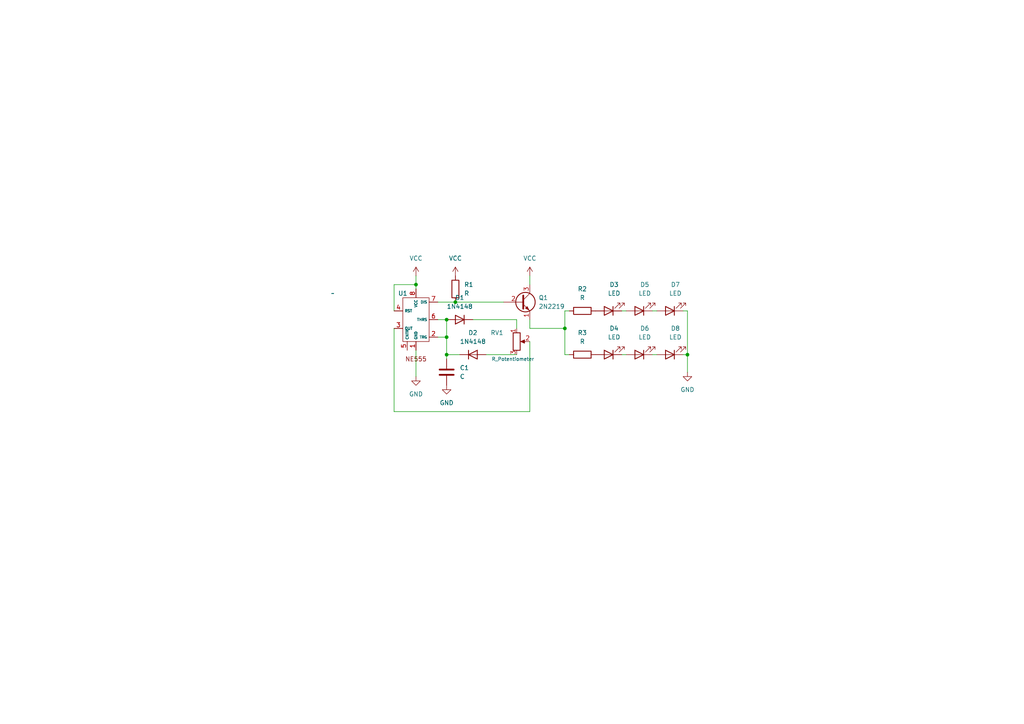
<source format=kicad_sch>
(kicad_sch (version 20230121) (generator eeschema)
  (paper "A4")
  (lib_symbols
    (symbol "Device:C" (pin_numbers hide) (pin_names (offset 0.254))
      (property "Reference" "C" (at 0.635 2.54 0))
      (property "Value" "C" (at 0.635 -2.54 0))
      (symbol "C_0_1"
        (polyline (pts (xy -2.032 -0.762) (xy 2.032 -0.762)) (stroke (width 0.508)))
        (polyline (pts (xy -2.032 0.762) (xy 2.032 0.762)) (stroke (width 0.508)))
      )
      (symbol "C_1_1"
        (pin passive line (at 0 3.81 270) (length 2.794) (name "~") (number "1"))
        (pin passive line (at 0 -3.81 90) (length 2.794) (name "~") (number "2"))
      )
    )
    (symbol "Device:LED" (pin_numbers hide) (pin_names (offset 1.016) hide)
      (property "Reference" "D" (at 0 2.54 0))
      (property "Value" "LED" (at 0 -2.54 0))
      (symbol "LED_0_1"
        (polyline (pts (xy -1.27 -1.27) (xy -1.27 1.27)) (stroke (width 0.254)))
        (polyline (pts (xy -1.27 0) (xy 1.27 0)))
        (polyline (pts (xy 1.27 -1.27) (xy 1.27 1.27) (xy -1.27 0) (xy 1.27 -1.27)) (stroke (width 0.254)))
        (polyline (pts (xy -3.048 -0.762) (xy -4.572 -2.286) (xy -3.81 -2.286) (xy -4.572 -2.286) (xy -4.572 -1.524)))
        (polyline (pts (xy -1.778 -0.762) (xy -3.302 -2.286) (xy -2.54 -2.286) (xy -3.302 -2.286) (xy -3.302 -1.524)))
      )
      (symbol "LED_1_1"
        (pin passive line (at -3.81 0 0) (length 2.54) (name "K") (number "1"))
        (pin passive line (at 3.81 0 180) (length 2.54) (name "A") (number "2"))
      )
    )
    (symbol "Device:R" (pin_numbers hide) (pin_names (offset 0))
      (property "Reference" "R" (at 2.032 0 90))
      (property "Value" "R" (at 0 0 90))
      (symbol "R_0_1"
        (rectangle (start -1.016 -2.54) (end 1.016 2.54) (stroke (width 0.254)))
      )
      (symbol "R_1_1"
        (pin passive line (at 0 3.81 270) (length 1.27) (name "~") (number "1"))
        (pin passive line (at 0 -3.81 90) (length 1.27) (name "~") (number "2"))
      )
    )
    (symbol "Device:R_Potentiometer" (pin_names (offset 1.016) hide)
      (property "Reference" "RV" (at -4.445 0 90))
      (property "Value" "R_Potentiometer" (at -2.54 0 90))
      (symbol "R_Potentiometer_0_1"
        (polyline (pts (xy 2.54 0) (xy 1.524 0)))
        (polyline (pts (xy 1.143 0) (xy 2.286 0.508) (xy 2.286 -0.508) (xy 1.143 0)) (fill (type outline)))
        (rectangle (start 1.016 2.54) (end -1.016 -2.54) (stroke (width 0.254)))
      )
      (symbol "R_Potentiometer_1_1"
        (pin passive line (at 0 3.81 270) (length 1.27) (name "1") (number "1"))
        (pin passive line (at 3.81 0 180) (length 1.27) (name "2") (number "2"))
        (pin passive line (at 0 -3.81 90) (length 1.27) (name "3") (number "3"))
      )
    )
    (symbol "Diode:1N4148" (pin_numbers hide) (pin_names hide)
      (property "Reference" "D" (at 0 2.54 0))
      (property "Value" "1N4148" (at 0 -2.54 0))
      (symbol "1N4148_0_1"
        (polyline (pts (xy -1.27 1.27) (xy -1.27 -1.27)) (stroke (width 0.254)))
        (polyline (pts (xy 1.27 0) (xy -1.27 0)))
        (polyline (pts (xy 1.27 1.27) (xy 1.27 -1.27) (xy -1.27 0) (xy 1.27 1.27)) (stroke (width 0.254)))
      )
      (symbol "1N4148_1_1"
        (pin passive line (at -3.81 0 0) (length 2.54) (name "K") (number "1"))
        (pin passive line (at 3.81 0 180) (length 2.54) (name "A") (number "2"))
      )
    )
    (symbol "Transistor_BJT:2N2219" (pin_names (offset 0) hide)
      (property "Reference" "Q" (at 5.08 1.905 0))
      (property "Value" "2N2219" (at 5.08 0 0))
      (symbol "2N2219_0_1"
        (polyline (pts (xy 0.635 0.635) (xy 2.54 2.54)))
        (polyline (pts (xy 0.635 -0.635) (xy 2.54 -2.54) (xy 2.54 -2.54)))
        (polyline (pts (xy 0.635 1.905) (xy 0.635 -1.905) (xy 0.635 -1.905)) (stroke (width 0.508)))
        (polyline (pts (xy 1.27 -1.778) (xy 1.778 -1.27) (xy 2.286 -2.286) (xy 1.27 -1.778) (xy 1.27 -1.778)) (fill (type outline)))
        (circle (center 1.27 0) (radius 2.8194) (stroke (width 0.254)))
      )
      (symbol "2N2219_1_1"
        (pin passive line (at 2.54 -5.08 90) (length 2.54) (name "E") (number "1"))
        (pin passive line (at -5.08 0 0) (length 5.715) (name "B") (number "2"))
        (pin passive line (at 2.54 5.08 270) (length 2.54) (name "C") (number "3"))
      )
    )
    (symbol "power:GND" (power) (pin_names (offset 0))
      (property "Value" "GND" (at 0 -3.81 0))
      (symbol "GND_0_1"
        (polyline (pts (xy 0 0) (xy 0 -1.27) (xy 1.27 -1.27) (xy 0 -2.54) (xy -1.27 -1.27) (xy 0 -1.27)))
      )
      (symbol "GND_1_1"
        (pin power_in line (at 0 0 270) (length 0) hide (name "GND") (number "1"))
      )
    )
    (symbol "power:VCC" (power) (pin_names (offset 0))
      (property "Value" "VCC" (at 0 3.81 0))
      (symbol "VCC_0_1"
        (polyline (pts (xy -0.762 1.27) (xy 0 2.54)))
        (polyline (pts (xy 0 0) (xy 0 2.54)))
        (polyline (pts (xy 0 2.54) (xy 0.762 1.27)))
      )
      (symbol "VCC_1_1"
        (pin power_in line (at 0 0 90) (length 0) hide (name "VCC") (number "1"))
      )
    )
    (symbol "tutorial:NE555"
      (property "Reference" "U?" (at -3.81 7.62 0))
      (property "Value" "~" (at -24.13 7.62 0))
      (symbol "NE555_0_1"
        (rectangle (start -3.81 6.35) (end 3.81 -6.35))
      )
      (symbol "NE555_1_1"
        (text "NE555" (at 0 -11.43 0) (effects (font (size 1.27 1.27))))
        (pin input line (at 0 -8.89 90) (length 2.54) (name "GND") (number "1"))
        (pin input line (at 6.35 -5.08 180) (length 2.54) (name "TRG") (number "2"))
        (pin output line (at -6.35 -2.54 0) (length 2.54) (name "OUT") (number "3"))
        (pin input line (at -6.35 2.54 0) (length 2.54) (name "RST") (number "4"))
        (pin input line (at -2.54 -8.89 90) (length 2.54) (name "CNTR") (number "5"))
        (pin input line (at 6.35 0 180) (length 2.54) (name "THRS") (number "6"))
        (pin input line (at 6.35 5.08 180) (length 2.54) (name "DIS") (number "7"))
        (pin input line (at 0 8.89 270) (length 2.54) (name "VCC") (number "8"))
      )
    )
  )
  (junction (at 132.08 87.63))
  (junction (at 129.54 102.87))
  (junction (at 129.54 97.79))
  (junction (at 163.83 95.25))
  (junction (at 120.65 82.55))
  (junction (at 129.54 92.71))
  (junction (at 199.39 102.87))
  (wire (pts (xy 140.97 102.87) (xy 149.86 102.87)))
  (wire (pts (xy 127 97.79) (xy 129.54 97.79)))
  (wire (pts (xy 120.65 80.01) (xy 120.65 82.55)))
  (wire (pts (xy 199.39 102.87) (xy 199.39 107.95)))
  (wire (pts (xy 153.67 95.25) (xy 163.83 95.25)))
  (wire (pts (xy 153.67 82.55) (xy 153.67 80.01)))
  (wire (pts (xy 163.83 90.17) (xy 165.1 90.17)))
  (wire (pts (xy 198.12 102.87) (xy 199.39 102.87)))
  (wire (pts (xy 133.35 102.87) (xy 129.54 102.87)))
  (wire (pts (xy 114.3 119.38) (xy 153.67 119.38)))
  (wire (pts (xy 114.3 90.17) (xy 114.3 82.55)))
  (wire (pts (xy 199.39 90.17) (xy 199.39 102.87)))
  (wire (pts (xy 146.05 87.63) (xy 132.08 87.63)))
  (wire (pts (xy 129.54 102.87) (xy 129.54 104.14)))
  (wire (pts (xy 132.08 87.63) (xy 127 87.63)))
  (wire (pts (xy 163.83 95.25) (xy 163.83 102.87)))
  (wire (pts (xy 114.3 95.25) (xy 114.3 119.38)))
  (wire (pts (xy 163.83 102.87) (xy 165.1 102.87)))
  (wire (pts (xy 180.34 102.87) (xy 181.61 102.87)))
  (wire (pts (xy 198.12 90.17) (xy 199.39 90.17)))
  (wire (pts (xy 189.23 102.87) (xy 190.5 102.87)))
  (wire (pts (xy 137.16 92.71) (xy 149.86 92.71)))
  (wire (pts (xy 129.54 92.71) (xy 129.54 97.79)))
  (wire (pts (xy 114.3 82.55) (xy 120.65 82.55)))
  (wire (pts (xy 180.34 90.17) (xy 181.61 90.17)))
  (wire (pts (xy 120.65 83.82) (xy 120.65 82.55)))
  (wire (pts (xy 189.23 90.17) (xy 190.5 90.17)))
  (wire (pts (xy 120.65 101.6) (xy 120.65 109.22)))
  (wire (pts (xy 127 92.71) (xy 129.54 92.71)))
  (wire (pts (xy 129.54 97.79) (xy 129.54 102.87)))
  (wire (pts (xy 163.83 95.25) (xy 163.83 90.17)))
  (wire (pts (xy 153.67 99.06) (xy 153.67 119.38)))
  (wire (pts (xy 153.67 95.25) (xy 153.67 92.71)))
  (wire (pts (xy 149.86 92.71) (xy 149.86 95.25)))
  (symbol (lib_id "power:VCC") (at 120.65 80.01 0) (unit 1)
    (property "Reference" "#PWR02" (effects hide))
    (property "Value" "VCC" (at 120.65 74.93 0))
  )
  (symbol (lib_id "power:VCC") (at 132.08 80.01 0) (unit 1)
    (property "Reference" "#PWR03" (effects hide))
    (property "Value" "VCC" (at 132.08 74.93 0))
  )
  (symbol (lib_id "power:VCC") (at 153.67 80.01 0) (unit 1)
    (property "Reference" "#PWR04" (effects hide))
    (property "Value" "VCC" (at 153.67 74.93 0))
  )
  (symbol (lib_id "Device:LED") (at 176.53 102.87 180) (unit 1)
    (property "Reference" "D4" (at 178.1175 95.25 0))
    (property "Value" "LED" (at 178.1175 97.79 0))
    (property "Footprint" "LED_THT:LED_D3.0mm" (effects hide))
  )
  (symbol (lib_id "Transistor_BJT:2N2219") (at 151.13 87.63 0) (unit 1)
    (property "Reference" "Q1" (at 156.21 86.36 0) (effects (justify left)))
    (property "Value" "2N2219" (at 156.21 88.9 0) (effects (justify left)))
    (property "Footprint" "Package_TO_SOT_THT:TO-39-3" (effects hide))
    (property "Datasheet" "http://www.onsemi.com/pub_link/Collateral/2N2219-D.PDF" (effects hide))
  )
  (symbol (lib_id "Diode:1N4148") (at 133.35 92.71 180) (unit 1)
    (property "Reference" "D1" (at 133.35 86.36 0))
    (property "Value" "1N4148" (at 133.35 88.9 0))
    (property "Footprint" "Diode_THT:D_DO-35_SOD27_P7.62mm_Horizontal" (effects hide))
    (property "Datasheet" "https://assets.nexperia.com/documents/data-sheet/1N4148_1N4448.pdf" (effects hide))
    (property "Sim.Device" "D" (effects hide))
    (property "Sim.Pins" "1=K 2=A" (effects hide))
  )
  (symbol (lib_id "Device:LED") (at 185.42 102.87 180) (unit 1)
    (property "Reference" "D6" (at 187.0075 95.25 0))
    (property "Value" "LED" (at 187.0075 97.79 0))
    (property "Footprint" "LED_THT:LED_D3.0mm" (effects hide))
  )
  (symbol (lib_id "Device:LED") (at 185.42 90.17 180) (unit 1)
    (property "Reference" "D5" (at 187.0075 82.55 0))
    (property "Value" "LED" (at 187.0075 85.09 0))
    (property "Footprint" "LED_THT:LED_D3.0mm" (effects hide))
  )
  (symbol (lib_id "Device:R_Potentiometer") (at 149.86 99.06 0) (unit 1)
    (property "Reference" "RV1" (at 146.05 96.52 0) (effects (justify right)))
    (property "Value" "R_Potentiometer" (at 154.94 104.14 0) (effects (font (size 1 1)) (justify right)))
    (property "Footprint" "Potentiometer_THT:Potentiometer_Alps_RK163_Single_Horizontal" (effects hide))
  )
  (symbol (lib_id "Device:C") (at 129.54 107.95 0) (unit 1)
    (property "Reference" "C1" (at 133.35 106.68 0) (effects (justify left)))
    (property "Value" "C" (at 133.35 109.22 0) (effects (justify left)))
    (property "Footprint" "Capacitor_THT:C_Radial_D6.3mm_H11.0mm_P2.50mm" (effects hide))
  )
  (symbol (lib_id "power:GND") (at 120.65 109.22 0) (unit 1)
    (property "Reference" "#PWR01" (effects hide))
    (property "Value" "GND" (at 120.65 114.3 0))
  )
  (symbol (lib_id "Device:R") (at 132.08 83.82 0) (unit 1)
    (property "Reference" "R1" (at 134.62 82.55 0) (effects (justify left)))
    (property "Value" "R" (at 134.62 85.09 0) (effects (justify left)))
    (property "Footprint" "Resistor_THT:R_Axial_DIN0207_L6.3mm_D2.5mm_P10.16mm_Horizontal" (effects hide))
  )
  (symbol (lib_id "Device:R") (at 168.91 90.17 90) (unit 1)
    (property "Reference" "R2" (at 168.91 83.82 90))
    (property "Value" "R" (at 168.91 86.36 90))
    (property "Footprint" "Resistor_THT:R_Axial_DIN0207_L6.3mm_D2.5mm_P10.16mm_Horizontal" (effects hide))
  )
  (symbol (lib_id "tutorial:NE555") (at 120.65 92.71 0) (unit 1)
    (property "Reference" "U1" (at 116.84 85.09 0))
    (property "Value" "~" (at 96.52 85.09 0))
    (property "Footprint" "555_Badge:ICM7555-PDIP" (effects hide))
  )
  (symbol (lib_id "Device:R") (at 168.91 102.87 90) (unit 1)
    (property "Reference" "R3" (at 168.91 96.52 90))
    (property "Value" "R" (at 168.91 99.06 90))
    (property "Footprint" "Resistor_THT:R_Axial_DIN0207_L6.3mm_D2.5mm_P10.16mm_Horizontal" (effects hide))
  )
  (symbol (lib_id "Device:LED") (at 194.31 102.87 180) (unit 1)
    (property "Reference" "D8" (at 195.8975 95.25 0))
    (property "Value" "LED" (at 195.8975 97.79 0))
    (property "Footprint" "LED_THT:LED_D3.0mm" (effects hide))
  )
  (symbol (lib_id "power:GND") (at 199.39 107.95 0) (unit 1)
    (property "Reference" "#PWR05" (effects hide))
    (property "Value" "GND" (at 199.39 113.03 0))
  )
  (symbol (lib_id "Device:LED") (at 176.53 90.17 180) (unit 1)
    (property "Reference" "D3" (at 178.1175 82.55 0))
    (property "Value" "LED" (at 178.1175 85.09 0))
    (property "Footprint" "LED_THT:LED_D3.0mm" (effects hide))
  )
  (symbol (lib_id "power:GND") (at 129.54 111.76 0) (unit 1)
    (property "Reference" "#PWR06" (effects hide))
    (property "Value" "GND" (at 129.54 116.84 0))
  )
  (symbol (lib_id "Device:LED") (at 194.31 90.17 180) (unit 1)
    (property "Reference" "D7" (at 195.8975 82.55 0))
    (property "Value" "LED" (at 195.8975 85.09 0))
    (property "Footprint" "LED_THT:LED_D3.0mm" (effects hide))
  )
  (symbol (lib_id "Diode:1N4148") (at 137.16 102.87 0) (unit 1)
    (property "Reference" "D2" (at 137.16 96.52 0))
    (property "Value" "1N4148" (at 137.16 99.06 0))
    (property "Footprint" "Diode_THT:D_DO-35_SOD27_P7.62mm_Horizontal" (effects hide))
    (property "Datasheet" "https://assets.nexperia.com/documents/data-sheet/1N4148_1N4448.pdf" (effects hide))
    (property "Sim.Device" "D" (effects hide))
    (property "Sim.Pins" "1=K 2=A" (effects hide))
  )
)
</source>
